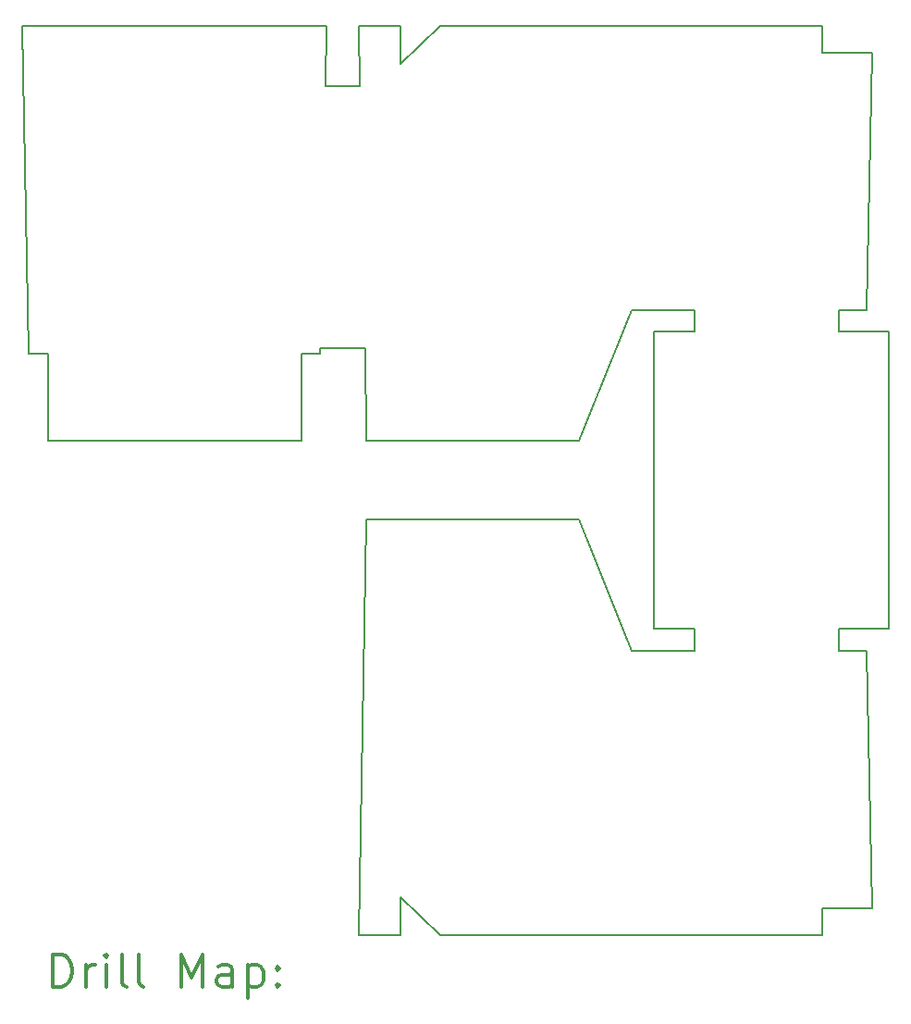
<source format=gbr>
%FSLAX45Y45*%
G04 Gerber Fmt 4.5, Leading zero omitted, Abs format (unit mm)*
G04 Created by KiCad (PCBNEW 5.0.1+dfsg1-3) date Sun 09 Dec 2018 10:02:10 PM CST*
%MOMM*%
%LPD*%
G01*
G04 APERTURE LIST*
%ADD10C,0.150000*%
%ADD11C,0.200000*%
%ADD12C,0.300000*%
G04 APERTURE END LIST*
D10*
X13135000Y-8030000D02*
X13150000Y-8880000D01*
X12720000Y-8080000D02*
X12720000Y-8030000D01*
X12720000Y-8030000D02*
X13135000Y-8030000D01*
X12770000Y-5635000D02*
X12780000Y-5080000D01*
X13080000Y-5080000D02*
X13090000Y-5635000D01*
X17475000Y-10600000D02*
X17930000Y-10600000D01*
X17475000Y-10800000D02*
X17475000Y-10600000D01*
X17730000Y-10800000D02*
X17475000Y-10800000D01*
X16150000Y-10600000D02*
X15780000Y-10600000D01*
X16150000Y-10800000D02*
X16150000Y-10600000D01*
X15580000Y-10800000D02*
X16150000Y-10800000D01*
X16150000Y-7680000D02*
X15580000Y-7680000D01*
X16150000Y-7880000D02*
X16150000Y-7680000D01*
X15780000Y-7880000D02*
X16150000Y-7880000D01*
X17475000Y-7680000D02*
X17730000Y-7680000D01*
X17475000Y-7880000D02*
X17475000Y-7680000D01*
X17930000Y-7880000D02*
X17475000Y-7880000D01*
X13090000Y-5635000D02*
X12770000Y-5635000D01*
X11390000Y-5080000D02*
X10000000Y-5080000D01*
X15090000Y-9600000D02*
X15580000Y-10800000D01*
X13460000Y-13050000D02*
X13820000Y-13400000D01*
X17320000Y-13150000D02*
X17780000Y-13150000D01*
X13080000Y-13400000D02*
X13460000Y-13400000D01*
X17780000Y-13150000D02*
X17730000Y-10800000D01*
X13460000Y-13400000D02*
X13460000Y-13050000D01*
X13080000Y-13400000D02*
X13150000Y-9600000D01*
X13150000Y-9600000D02*
X15090000Y-9600000D01*
X17320000Y-13400000D02*
X17320000Y-13150000D01*
X13820000Y-13400000D02*
X17320000Y-13400000D01*
X17930000Y-7880000D02*
X17930000Y-10600000D01*
X15780000Y-7880000D02*
X15780000Y-10600000D01*
X17320000Y-5330000D02*
X17780000Y-5330000D01*
X17320000Y-5080000D02*
X17320000Y-5330000D01*
X13820000Y-5080000D02*
X17320000Y-5080000D01*
X13460000Y-5430000D02*
X13820000Y-5080000D01*
X13460000Y-5080000D02*
X13460000Y-5430000D01*
X13080000Y-5080000D02*
X13460000Y-5080000D01*
X15090000Y-8880000D02*
X15580000Y-7680000D01*
X13150000Y-8880000D02*
X15090000Y-8880000D01*
X17780000Y-5330000D02*
X17730000Y-7680000D01*
X12550000Y-8080000D02*
X12550000Y-8880000D01*
X12550000Y-8080000D02*
X12720000Y-8080000D01*
X11390000Y-8880000D02*
X12550000Y-8880000D01*
X10060088Y-8080000D02*
X10000088Y-5080000D01*
X10230088Y-8080000D02*
X10060088Y-8080000D01*
X10230088Y-8080000D02*
X10230088Y-8880000D01*
X11390000Y-5080000D02*
X12780000Y-5080000D01*
X11390088Y-8880000D02*
X10230088Y-8880000D01*
D11*
D12*
X10278928Y-13873214D02*
X10278928Y-13573214D01*
X10350357Y-13573214D01*
X10393214Y-13587500D01*
X10421786Y-13616071D01*
X10436071Y-13644643D01*
X10450357Y-13701786D01*
X10450357Y-13744643D01*
X10436071Y-13801786D01*
X10421786Y-13830357D01*
X10393214Y-13858929D01*
X10350357Y-13873214D01*
X10278928Y-13873214D01*
X10578928Y-13873214D02*
X10578928Y-13673214D01*
X10578928Y-13730357D02*
X10593214Y-13701786D01*
X10607500Y-13687500D01*
X10636071Y-13673214D01*
X10664643Y-13673214D01*
X10764643Y-13873214D02*
X10764643Y-13673214D01*
X10764643Y-13573214D02*
X10750357Y-13587500D01*
X10764643Y-13601786D01*
X10778928Y-13587500D01*
X10764643Y-13573214D01*
X10764643Y-13601786D01*
X10950357Y-13873214D02*
X10921786Y-13858929D01*
X10907500Y-13830357D01*
X10907500Y-13573214D01*
X11107500Y-13873214D02*
X11078928Y-13858929D01*
X11064643Y-13830357D01*
X11064643Y-13573214D01*
X11450357Y-13873214D02*
X11450357Y-13573214D01*
X11550357Y-13787500D01*
X11650357Y-13573214D01*
X11650357Y-13873214D01*
X11921786Y-13873214D02*
X11921786Y-13716071D01*
X11907500Y-13687500D01*
X11878928Y-13673214D01*
X11821786Y-13673214D01*
X11793214Y-13687500D01*
X11921786Y-13858929D02*
X11893214Y-13873214D01*
X11821786Y-13873214D01*
X11793214Y-13858929D01*
X11778928Y-13830357D01*
X11778928Y-13801786D01*
X11793214Y-13773214D01*
X11821786Y-13758929D01*
X11893214Y-13758929D01*
X11921786Y-13744643D01*
X12064643Y-13673214D02*
X12064643Y-13973214D01*
X12064643Y-13687500D02*
X12093214Y-13673214D01*
X12150357Y-13673214D01*
X12178928Y-13687500D01*
X12193214Y-13701786D01*
X12207500Y-13730357D01*
X12207500Y-13816071D01*
X12193214Y-13844643D01*
X12178928Y-13858929D01*
X12150357Y-13873214D01*
X12093214Y-13873214D01*
X12064643Y-13858929D01*
X12336071Y-13844643D02*
X12350357Y-13858929D01*
X12336071Y-13873214D01*
X12321786Y-13858929D01*
X12336071Y-13844643D01*
X12336071Y-13873214D01*
X12336071Y-13687500D02*
X12350357Y-13701786D01*
X12336071Y-13716071D01*
X12321786Y-13701786D01*
X12336071Y-13687500D01*
X12336071Y-13716071D01*
M02*

</source>
